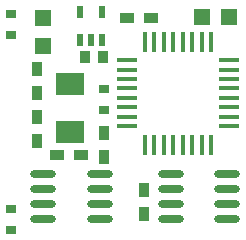
<source format=gtp>
G04 Layer_Color=8421504*
%FSLAX25Y25*%
%MOIN*%
G70*
G01*
G75*
%ADD10R,0.03740X0.02953*%
%ADD11R,0.02362X0.03937*%
%ADD12R,0.05709X0.05315*%
%ADD13R,0.05315X0.05709*%
%ADD14R,0.07087X0.01772*%
%ADD15R,0.01772X0.07087*%
%ADD16R,0.09449X0.07480*%
%ADD17R,0.03500X0.04000*%
%ADD18R,0.03543X0.05118*%
%ADD19R,0.05118X0.03543*%
%ADD20O,0.08661X0.02362*%
D10*
X-51673Y40945D02*
D03*
Y33858D02*
D03*
X-82500Y66043D02*
D03*
Y58957D02*
D03*
Y1043D02*
D03*
Y-6043D02*
D03*
D11*
X-59740Y66724D02*
D03*
X-52260D02*
D03*
Y57276D02*
D03*
X-56000D02*
D03*
X-59740D02*
D03*
D12*
X-72000Y64626D02*
D03*
Y55374D02*
D03*
D13*
X-19126Y65000D02*
D03*
X-9874D02*
D03*
D14*
X-44126Y50524D02*
D03*
Y47374D02*
D03*
Y44224D02*
D03*
Y41075D02*
D03*
Y37925D02*
D03*
Y34775D02*
D03*
Y31626D02*
D03*
Y28476D02*
D03*
X-9874D02*
D03*
Y31626D02*
D03*
Y34775D02*
D03*
Y37925D02*
D03*
Y41075D02*
D03*
Y44224D02*
D03*
Y47374D02*
D03*
Y50524D02*
D03*
D15*
X-38024Y22374D02*
D03*
X-34874D02*
D03*
X-31725D02*
D03*
X-28575D02*
D03*
X-25425D02*
D03*
X-22276D02*
D03*
X-19126D02*
D03*
X-15977D02*
D03*
Y56626D02*
D03*
X-19126D02*
D03*
X-22276D02*
D03*
X-25425D02*
D03*
X-28575D02*
D03*
X-31725D02*
D03*
X-34874D02*
D03*
X-38024D02*
D03*
D16*
X-63000Y26429D02*
D03*
Y42571D02*
D03*
D17*
X-52000Y51500D02*
D03*
X-58000D02*
D03*
D18*
X-74000Y31437D02*
D03*
Y23563D02*
D03*
Y47437D02*
D03*
Y39563D02*
D03*
X-38205Y-669D02*
D03*
Y7205D02*
D03*
X-51673Y26083D02*
D03*
Y18209D02*
D03*
D19*
X-59366Y19016D02*
D03*
X-67240D02*
D03*
X-36063Y64500D02*
D03*
X-43937D02*
D03*
D20*
X-53051Y-2500D02*
D03*
Y2500D02*
D03*
Y7500D02*
D03*
Y12500D02*
D03*
X-71949Y-2500D02*
D03*
Y2500D02*
D03*
Y7500D02*
D03*
Y12500D02*
D03*
X-29449D02*
D03*
Y7500D02*
D03*
Y2500D02*
D03*
Y-2500D02*
D03*
X-10551Y12500D02*
D03*
Y7500D02*
D03*
Y2500D02*
D03*
Y-2500D02*
D03*
M02*

</source>
